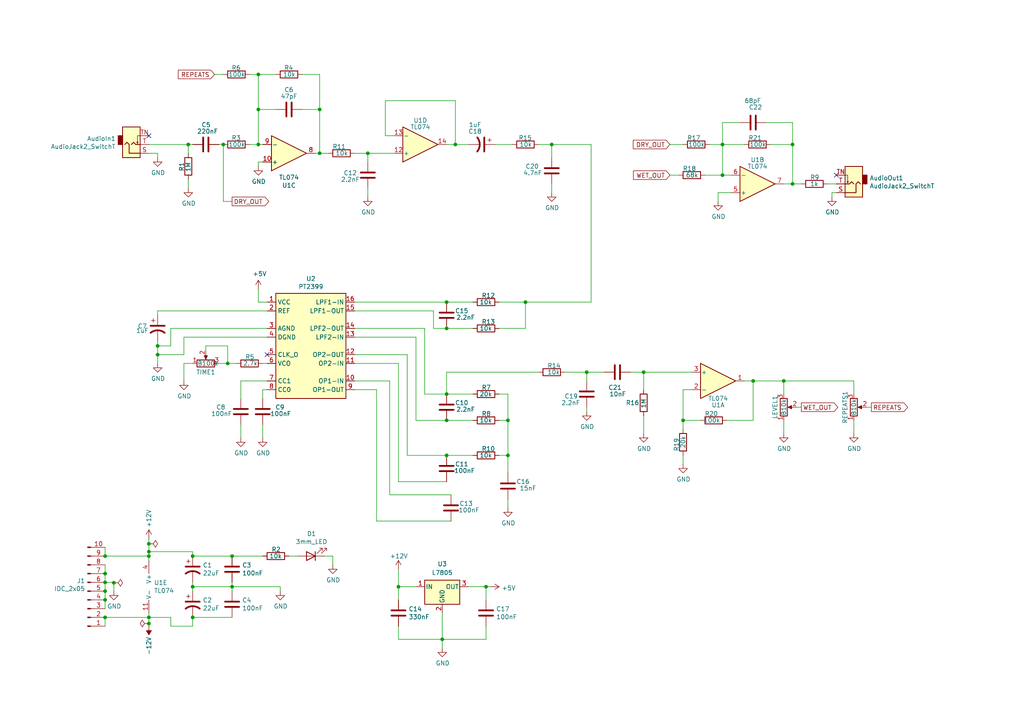
<source format=kicad_sch>
(kicad_sch (version 20211123) (generator eeschema)
  (paper "A4")
  (title_block (title "MiniDelay") (rev "v1.0") (company "benjiaomodular"))
  (junction (at 209.55 41.91))
  (junction (at 147.32 132.08))
  (junction (at 74.93 21.59))
  (junction (at 140.97 170.18))
  (junction (at 198.12 121.92))
  (junction (at 33.02 169.037))
  (junction (at 147.32 121.92))
  (junction (at 186.69 107.95))
  (junction (at 45.72 100.33))
  (junction (at 170.18 107.95))
  (junction (at 43.18 180.848))
  (junction (at 229.87 41.91))
  (junction (at 152.4 87.63))
  (junction (at 74.93 31.75))
  (junction (at 43.18 179.07))
  (junction (at 30.48 161.29))
  (junction (at 30.48 166.37))
  (junction (at 92.71 44.45))
  (junction (at 30.48 173.99))
  (junction (at 209.55 50.8))
  (junction (at 218.44 110.49))
  (junction (at 66.04 105.41))
  (junction (at 30.48 179.07))
  (junction (at 227.33 110.49))
  (junction (at 129.54 95.25))
  (junction (at 129.54 87.63))
  (junction (at 92.71 31.75))
  (junction (at 106.68 44.45))
  (junction (at 132.08 41.91))
  (junction (at 64.77 41.91))
  (junction (at 115.57 170.18))
  (junction (at 55.88 170.18))
  (junction (at 129.54 114.3))
  (junction (at 43.18 161.29))
  (junction (at 43.18 157.734))
  (junction (at 74.93 41.91))
  (junction (at 160.02 41.91))
  (junction (at 55.88 179.07))
  (junction (at 67.31 161.29))
  (junction (at 129.54 121.92))
  (junction (at 67.31 170.18))
  (junction (at 30.48 168.91))
  (junction (at 128.27 185.42))
  (junction (at 229.87 53.34))
  (junction (at 45.72 102.87))
  (junction (at 55.88 161.29))
  (junction (at 43.18 160.02))
  (junction (at 129.54 132.08))
  (junction (at 54.61 41.91))
  (junction (at 30.48 171.45))
  (no_connect (at 77.47 102.87))
  (no_connect (at 242.57 50.8))
  (no_connect (at 43.18 39.37))
  (wire (pts (xy 123.19 114.3) (xy 123.19 95.25)))
  (wire (pts (xy 214.63 35.56) (xy 209.55 35.56)))
  (wire (pts (xy 74.93 31.75) (xy 74.93 41.91)))
  (wire (pts (xy 77.47 95.25) (xy 49.53 95.25)))
  (wire (pts (xy 30.48 179.07) (xy 30.48 181.61)))
  (wire (pts (xy 53.34 102.87) (xy 53.34 97.79)))
  (wire (pts (xy 182.88 107.95) (xy 186.69 107.95)))
  (wire (pts (xy 102.87 110.49) (xy 113.03 110.49)))
  (wire (pts (xy 55.88 170.18) (xy 67.31 170.18)))
  (wire (pts (xy 43.18 160.02) (xy 43.18 161.29)))
  (wire (pts (xy 81.28 170.18) (xy 81.28 171.45)))
  (wire (pts (xy 129.54 121.92) (xy 137.16 121.92)))
  (wire (pts (xy 215.9 41.91) (xy 209.55 41.91)))
  (wire (pts (xy 156.21 107.95) (xy 129.54 107.95)))
  (wire (pts (xy 147.32 132.08) (xy 144.78 132.08)))
  (wire (pts (xy 49.53 181.61) (xy 55.88 181.61)))
  (wire (pts (xy 240.03 53.34) (xy 242.57 53.34)))
  (wire (pts (xy 76.2 46.99) (xy 74.93 46.99)))
  (wire (pts (xy 33.02 169.037) (xy 33.02 171.45)))
  (wire (pts (xy 115.57 139.7) (xy 129.54 139.7)))
  (wire (pts (xy 76.2 105.41) (xy 77.47 105.41)))
  (wire (pts (xy 227.33 110.49) (xy 247.65 110.49)))
  (wire (pts (xy 160.02 55.88) (xy 160.02 53.34)))
  (wire (pts (xy 30.48 161.29) (xy 43.18 161.29)))
  (wire (pts (xy 198.12 132.08) (xy 198.12 134.62)))
  (wire (pts (xy 252.73 118.11) (xy 251.46 118.11)))
  (wire (pts (xy 49.53 100.33) (xy 45.72 100.33)))
  (wire (pts (xy 232.41 118.11) (xy 231.14 118.11)))
  (wire (pts (xy 186.69 125.73) (xy 186.69 120.65)))
  (wire (pts (xy 194.31 41.91) (xy 198.12 41.91)))
  (wire (pts (xy 87.63 21.59) (xy 92.71 21.59)))
  (wire (pts (xy 186.69 107.95) (xy 186.69 113.03)))
  (wire (pts (xy 212.09 50.8) (xy 209.55 50.8)))
  (wire (pts (xy 132.08 29.21) (xy 132.08 41.91)))
  (wire (pts (xy 215.9 110.49) (xy 218.44 110.49)))
  (wire (pts (xy 45.72 99.06) (xy 45.72 100.33)))
  (wire (pts (xy 140.97 170.18) (xy 142.24 170.18)))
  (wire (pts (xy 120.65 97.79) (xy 120.65 121.92)))
  (wire (pts (xy 43.18 156.21) (xy 43.18 157.734)))
  (wire (pts (xy 120.65 121.92) (xy 129.54 121.92)))
  (wire (pts (xy 218.44 110.49) (xy 227.33 110.49)))
  (wire (pts (xy 111.76 39.37) (xy 111.76 29.21)))
  (wire (pts (xy 67.31 168.91) (xy 67.31 170.18)))
  (wire (pts (xy 118.11 132.08) (xy 129.54 132.08)))
  (wire (pts (xy 30.48 173.99) (xy 30.48 176.53)))
  (wire (pts (xy 45.72 100.33) (xy 45.72 102.87)))
  (wire (pts (xy 209.55 35.56) (xy 209.55 41.91)))
  (wire (pts (xy 74.93 87.63) (xy 77.47 87.63)))
  (wire (pts (xy 128.27 177.8) (xy 128.27 185.42)))
  (wire (pts (xy 96.52 161.29) (xy 96.52 163.83)))
  (wire (pts (xy 67.31 170.18) (xy 67.31 171.45)))
  (wire (pts (xy 113.03 143.51) (xy 130.81 143.51)))
  (wire (pts (xy 223.52 41.91) (xy 229.87 41.91)))
  (wire (pts (xy 77.47 90.17) (xy 45.72 90.17)))
  (wire (pts (xy 43.18 179.07) (xy 49.53 179.07)))
  (wire (pts (xy 62.23 21.59) (xy 64.77 21.59)))
  (wire (pts (xy 76.2 127) (xy 76.2 123.19)))
  (wire (pts (xy 125.73 90.17) (xy 125.73 95.25)))
  (wire (pts (xy 87.63 31.75) (xy 92.71 31.75)))
  (wire (pts (xy 200.66 113.03) (xy 198.12 113.03)))
  (wire (pts (xy 66.04 105.41) (xy 63.5 105.41)))
  (wire (pts (xy 92.71 31.75) (xy 92.71 44.45)))
  (wire (pts (xy 125.73 95.25) (xy 129.54 95.25)))
  (wire (pts (xy 55.88 105.41) (xy 53.34 105.41)))
  (wire (pts (xy 45.72 90.17) (xy 45.72 91.44)))
  (wire (pts (xy 43.18 179.07) (xy 43.18 180.848)))
  (wire (pts (xy 208.28 58.42) (xy 208.28 55.88)))
  (wire (pts (xy 92.71 44.45) (xy 91.44 44.45)))
  (wire (pts (xy 123.19 95.25) (xy 102.87 95.25)))
  (wire (pts (xy 69.85 127) (xy 69.85 123.19)))
  (wire (pts (xy 55.88 179.07) (xy 67.31 179.07)))
  (wire (pts (xy 186.69 107.95) (xy 200.66 107.95)))
  (wire (pts (xy 247.65 110.49) (xy 247.65 114.3)))
  (wire (pts (xy 76.2 161.29) (xy 67.31 161.29)))
  (wire (pts (xy 171.45 87.63) (xy 152.4 87.63)))
  (wire (pts (xy 113.03 110.49) (xy 113.03 143.51)))
  (wire (pts (xy 30.48 166.37) (xy 30.48 168.91)))
  (wire (pts (xy 77.47 110.49) (xy 69.85 110.49)))
  (wire (pts (xy 111.76 29.21) (xy 132.08 29.21)))
  (wire (pts (xy 43.18 177.8) (xy 43.18 179.07)))
  (wire (pts (xy 92.71 21.59) (xy 92.71 31.75)))
  (wire (pts (xy 106.68 44.45) (xy 106.68 46.99)))
  (wire (pts (xy 30.48 158.75) (xy 30.48 161.29)))
  (wire (pts (xy 205.74 41.91) (xy 209.55 41.91)))
  (wire (pts (xy 102.87 87.63) (xy 129.54 87.63)))
  (wire (pts (xy 229.87 53.34) (xy 232.41 53.34)))
  (wire (pts (xy 229.87 53.34) (xy 227.33 53.34)))
  (wire (pts (xy 115.57 170.18) (xy 115.57 173.99)))
  (wire (pts (xy 55.88 161.29) (xy 55.88 160.02)))
  (wire (pts (xy 218.44 110.49) (xy 218.44 121.92)))
  (wire (pts (xy 152.4 87.63) (xy 152.4 95.25)))
  (wire (pts (xy 143.51 41.91) (xy 148.59 41.91)))
  (wire (pts (xy 144.78 114.3) (xy 147.32 114.3)))
  (wire (pts (xy 130.81 151.13) (xy 109.22 151.13)))
  (wire (pts (xy 49.53 179.07) (xy 49.53 181.61)))
  (wire (pts (xy 222.25 35.56) (xy 229.87 35.56)))
  (wire (pts (xy 128.27 185.42) (xy 128.27 187.96)))
  (wire (pts (xy 170.18 110.49) (xy 170.18 107.95)))
  (wire (pts (xy 66.04 100.33) (xy 59.69 100.33)))
  (wire (pts (xy 203.2 121.92) (xy 198.12 121.92)))
  (wire (pts (xy 147.32 121.92) (xy 144.78 121.92)))
  (wire (pts (xy 147.32 114.3) (xy 147.32 121.92)))
  (wire (pts (xy 135.89 41.91) (xy 132.08 41.91)))
  (wire (pts (xy 115.57 105.41) (xy 115.57 139.7)))
  (wire (pts (xy 137.16 132.08) (xy 129.54 132.08)))
  (wire (pts (xy 106.68 57.15) (xy 106.68 54.61)))
  (wire (pts (xy 55.88 161.29) (xy 67.31 161.29)))
  (wire (pts (xy 129.54 114.3) (xy 137.16 114.3)))
  (wire (pts (xy 115.57 181.61) (xy 115.57 185.42)))
  (wire (pts (xy 30.48 163.83) (xy 30.48 166.37)))
  (wire (pts (xy 49.53 95.25) (xy 49.53 100.33)))
  (wire (pts (xy 30.48 168.91) (xy 30.48 171.45)))
  (wire (pts (xy 45.72 102.87) (xy 53.34 102.87)))
  (wire (pts (xy 229.87 41.91) (xy 229.87 53.34)))
  (wire (pts (xy 92.71 44.45) (xy 95.25 44.45)))
  (wire (pts (xy 43.18 157.734) (xy 43.18 160.02)))
  (wire (pts (xy 109.22 113.03) (xy 102.87 113.03)))
  (wire (pts (xy 76.2 113.03) (xy 76.2 115.57)))
  (wire (pts (xy 135.89 170.18) (xy 140.97 170.18)))
  (wire (pts (xy 227.33 110.49) (xy 227.33 114.3)))
  (wire (pts (xy 83.82 161.29) (xy 86.36 161.29)))
  (wire (pts (xy 77.47 113.03) (xy 76.2 113.03)))
  (wire (pts (xy 55.88 181.61) (xy 55.88 179.07)))
  (wire (pts (xy 80.01 21.59) (xy 74.93 21.59)))
  (wire (pts (xy 63.5 41.91) (xy 64.77 41.91)))
  (wire (pts (xy 43.18 41.91) (xy 54.61 41.91)))
  (wire (pts (xy 241.3 55.88) (xy 242.57 55.88)))
  (wire (pts (xy 55.88 170.18) (xy 55.88 171.45)))
  (wire (pts (xy 160.02 41.91) (xy 171.45 41.91)))
  (wire (pts (xy 93.98 161.29) (xy 96.52 161.29)))
  (wire (pts (xy 129.54 107.95) (xy 129.54 114.3)))
  (wire (pts (xy 227.33 125.73) (xy 227.33 121.92)))
  (wire (pts (xy 209.55 41.91) (xy 209.55 50.8)))
  (wire (pts (xy 67.31 170.18) (xy 81.28 170.18)))
  (wire (pts (xy 209.55 50.8) (xy 204.47 50.8)))
  (wire (pts (xy 115.57 170.18) (xy 120.65 170.18)))
  (wire (pts (xy 72.39 21.59) (xy 74.93 21.59)))
  (wire (pts (xy 140.97 170.18) (xy 140.97 173.99)))
  (wire (pts (xy 102.87 105.41) (xy 115.57 105.41)))
  (wire (pts (xy 118.11 102.87) (xy 118.11 132.08)))
  (wire (pts (xy 152.4 95.25) (xy 144.78 95.25)))
  (wire (pts (xy 74.93 41.91) (xy 72.39 41.91)))
  (wire (pts (xy 109.22 151.13) (xy 109.22 113.03)))
  (wire (pts (xy 54.61 41.91) (xy 54.61 44.45)))
  (wire (pts (xy 102.87 97.79) (xy 120.65 97.79)))
  (wire (pts (xy 170.18 107.95) (xy 163.83 107.95)))
  (wire (pts (xy 33.02 168.91) (xy 33.02 169.037)))
  (wire (pts (xy 171.45 41.91) (xy 171.45 87.63)))
  (wire (pts (xy 59.69 100.33) (xy 59.69 101.6)))
  (wire (pts (xy 43.18 160.02) (xy 55.88 160.02)))
  (wire (pts (xy 43.18 44.45) (xy 45.72 44.45)))
  (wire (pts (xy 64.77 58.42) (xy 67.31 58.42)))
  (wire (pts (xy 66.04 105.41) (xy 66.04 100.33)))
  (wire (pts (xy 229.87 35.56) (xy 229.87 41.91)))
  (wire (pts (xy 54.61 54.61) (xy 54.61 52.07)))
  (wire (pts (xy 147.32 132.08) (xy 147.32 137.16)))
  (wire (pts (xy 114.3 39.37) (xy 111.76 39.37)))
  (wire (pts (xy 30.48 168.91) (xy 33.02 168.91)))
  (wire (pts (xy 74.93 83.82) (xy 74.93 87.63)))
  (wire (pts (xy 68.58 105.41) (xy 66.04 105.41)))
  (wire (pts (xy 128.27 185.42) (xy 140.97 185.42)))
  (wire (pts (xy 102.87 90.17) (xy 125.73 90.17)))
  (wire (pts (xy 156.21 41.91) (xy 160.02 41.91)))
  (wire (pts (xy 53.34 105.41) (xy 53.34 110.49)))
  (wire (pts (xy 74.93 41.91) (xy 76.2 41.91)))
  (wire (pts (xy 55.88 168.91) (xy 55.88 170.18)))
  (wire (pts (xy 114.3 44.45) (xy 106.68 44.45)))
  (wire (pts (xy 137.16 87.63) (xy 129.54 87.63)))
  (wire (pts (xy 30.48 179.07) (xy 43.18 179.07)))
  (wire (pts (xy 45.72 44.45) (xy 45.72 45.72)))
  (wire (pts (xy 53.34 97.79) (xy 77.47 97.79)))
  (wire (pts (xy 140.97 185.42) (xy 140.97 181.61)))
  (wire (pts (xy 115.57 165.1) (xy 115.57 170.18)))
  (wire (pts (xy 194.31 50.8) (xy 196.85 50.8)))
  (wire (pts (xy 64.77 41.91) (xy 64.77 58.42)))
  (wire (pts (xy 175.26 107.95) (xy 170.18 107.95)))
  (wire (pts (xy 160.02 41.91) (xy 160.02 45.72)))
  (wire (pts (xy 147.32 147.32) (xy 147.32 144.78)))
  (wire (pts (xy 30.48 171.45) (xy 30.48 173.99)))
  (wire (pts (xy 247.65 125.73) (xy 247.65 121.92)))
  (wire (pts (xy 208.28 55.88) (xy 212.09 55.88)))
  (wire (pts (xy 102.87 102.87) (xy 118.11 102.87)))
  (wire (pts (xy 43.18 161.29) (xy 43.18 162.56)))
  (wire (pts (xy 102.87 44.45) (xy 106.68 44.45)))
  (wire (pts (xy 55.88 41.91) (xy 54.61 41.91)))
  (wire (pts (xy 115.57 185.42) (xy 128.27 185.42)))
  (wire (pts (xy 147.32 121.92) (xy 147.32 132.08)))
  (wire (pts (xy 123.19 114.3) (xy 129.54 114.3)))
  (wire (pts (xy 241.3 57.15) (xy 241.3 55.88)))
  (wire (pts (xy 198.12 113.03) (xy 198.12 121.92)))
  (wire (pts (xy 69.85 110.49) (xy 69.85 115.57)))
  (wire (pts (xy 74.93 21.59) (xy 74.93 31.75)))
  (wire (pts (xy 129.54 95.25) (xy 137.16 95.25)))
  (wire (pts (xy 43.18 180.848) (xy 43.18 181.61)))
  (wire (pts (xy 132.08 41.91) (xy 129.54 41.91)))
  (wire (pts (xy 45.72 102.87) (xy 45.72 105.41)))
  (wire (pts (xy 144.78 87.63) (xy 152.4 87.63)))
  (wire (pts (xy 170.18 119.38) (xy 170.18 118.11)))
  (wire (pts (xy 198.12 121.92) (xy 198.12 124.46)))
  (wire (pts (xy 218.44 121.92) (xy 210.82 121.92)))
  (wire (pts (xy 80.01 31.75) (xy 74.93 31.75)))
  (wire (pts (xy 74.93 46.99) (xy 74.93 48.26)))
  (global_label "WET_OUT" (shape output) (at 232.41 118.11 0) (property "Intersheet References" "${INTERSHEET_REFS}" (effects hide)))
  (global_label "WET_OUT" (shape input) (at 194.31 50.8 180) (property "Intersheet References" "${INTERSHEET_REFS}" (effects hide)))
  (global_label "REPEATS" (shape output) (at 252.73 118.11 0) (property "Intersheet References" "${INTERSHEET_REFS}" (effects hide)))
  (global_label "DRY_OUT" (shape output) (at 67.31 58.42 0) (property "Intersheet References" "${INTERSHEET_REFS}" (effects hide)))
  (global_label "REPEATS" (shape input) (at 62.23 21.59 180) (property "Intersheet References" "${INTERSHEET_REFS}" (effects hide)))
  (global_label "DRY_OUT" (shape input) (at 194.31 41.91 180) (property "Intersheet References" "${INTERSHEET_REFS}" (effects hide)))
  (symbol (lib_id "Connector:AudioJack2_SwitchT") (at 38.1 41.91 0) (mirror x) (unit 1)
    (property "Reference" "AudioIn1" (at 33.5534 40.2082 0) (effects (justify right)))
    (property "Value" "AudioJack2_SwitchT" (at 33.5534 42.5196 0) (effects (justify right)))
    (property "Footprint" "benjiaomodular:AudioJack_3.5mm" (effects hide))
    (property "Type" "Thru-hole" (effects hide))
    (property "Manufacturers Name" "Tayda Electronics" (effects hide))
    (property "Manufacturers Part Number" "PJ-3001F" (effects hide))
    (property "Mfg #" "PJ-3001F" (effects hide))
    (property "Part Description" "PJ-3001F 3.5mm Mono Phone Jack" (effects hide))
  )
  (symbol (lib_id "Connector:AudioJack2_SwitchT") (at 247.65 53.34 180) (unit 1)
    (property "Reference" "AudioOut1" (at 252.222 51.6382 0) (effects (justify right)))
    (property "Value" "AudioJack2_SwitchT" (at 252.222 53.9496 0) (effects (justify right)))
    (property "Footprint" "benjiaomodular:AudioJack_3.5mm" (effects hide))
    (property "Type" "Thru-hole" (effects hide))
    (property "Manufacturers Name" "Tayda Electronics" (effects hide))
    (property "Manufacturers Part Number" "PJ-3001F" (effects hide))
    (property "Mfg #" "PJ-3001F" (effects hide))
    (property "Part Description" "PJ-3001F 3.5mm Mono Phone Jack" (effects hide))
  )
  (symbol (lib_id "Device:R") (at 54.61 48.26 180) (unit 1)
    (property "Reference" "R1" (at 52.705 46.99 90) (effects (justify left)))
    (property "Value" "1M" (at 54.61 46.99 90) (effects (justify left)))
    (property "Footprint" "Resistor_SMD:R_0603_1608Metric_Pad0.98x0.95mm_HandSolder" (effects hide))
    (property "LCSC Part #" "C105578" (effects hide))
    (property "Mfg #" "RC0603FR-071ML" (effects hide))
    (property "Manufacturers Name" "YAGEO" (effects hide))
    (property "Manufacturers Part Number" "RC0603FR-071ML" (effects hide))
    (property "Type" "Surface mount" (effects hide))
    (property "Package" "0603" (effects hide))
    (property "Part Description" "Thick Film Resistors - SMD 1 MOhms 100mW 0603 1% " (effects hide))
  )
  (symbol (lib_id "Device:C") (at 59.69 41.91 270) (unit 1)
    (property "Reference" "C5" (at 58.42 36.195 90) (effects (justify left)))
    (property "Value" "220nF" (at 57.15 38.1 90) (effects (justify left)))
    (property "Footprint" "Capacitor_SMD:C_0603_1608Metric_Pad1.08x0.95mm_HandSolder" (effects hide))
    (property "LCSC Part #" "C97857" (effects hide))
    (property "Mfg #" "GCM188R71H224KA64D" (effects hide))
    (property "Manufacturers Part Number" "GCM188R71H224KA64D" (effects hide))
    (property "Manufacturers Name" "Murata Electronics" (effects hide))
    (property "Type" "Surface mount" (effects hide))
    (property "Package" "0603" (effects hide))
    (property "Part Description" "Multilayer Ceramic Capacitors MLCC - SMD/SMT .22UF 50V 10% 0603" (effects hide))
  )
  (symbol (lib_id "power:GND") (at 54.61 54.61 0) (unit 1)
    (property "Reference" "#PWR04" (effects hide))
    (property "Value" "GND" (at 54.737 59.0042 0))
  )
  (symbol (lib_id "power:GND") (at 74.93 48.26 0) (unit 1)
    (property "Reference" "#PWR06" (effects hide))
    (property "Value" "GND" (at 75.057 52.6542 0))
  )
  (symbol (lib_id "Device:R") (at 236.22 53.34 270) (unit 1)
    (property "Reference" "R9" (at 234.95 51.435 90) (effects (justify left)))
    (property "Value" "1k" (at 234.95 53.34 90) (effects (justify left)))
    (property "Footprint" "Resistor_SMD:R_0603_1608Metric_Pad0.98x0.95mm_HandSolder" (effects hide))
    (property "LCSC Part #" "C22548" (effects hide))
    (property "Mfg #" "RC0603FR-071KL" (effects hide))
    (property "Manufacturers Name" "YAGEO" (effects hide))
    (property "Manufacturers Part Number" "RC0603FR-071KL" (effects hide))
    (property "Type" "Surface mount" (effects hide))
    (property "Package" "0603" (effects hide))
    (property "Part Description" "Thick Film Resistors - SMD 1 kOhms 100mW 0603 1% " (effects hide))
  )
  (symbol (lib_id "Device:R") (at 99.06 44.45 90) (unit 1)
    (property "Reference" "R11" (at 100.33 42.545 90) (effects (justify left)))
    (property "Value" "10k" (at 100.965 44.45 90) (effects (justify left)))
    (property "Footprint" "Resistor_SMD:R_0603_1608Metric_Pad0.98x0.95mm_HandSolder" (effects hide))
    (property "LCSC Part #" "C116677" (effects hide))
    (property "Mfg #" "AC0603FR-0710KL" (effects hide))
    (property "Manufacturers Part Number" "AC0603FR-0710KL" (effects hide))
    (property "Manufacturers Name" "YAGEO" (effects hide))
    (property "Package" "0603" (effects hide))
    (property "Type" "Surface mount" (effects hide))
    (property "Part Description" "Thick Film Resistors - SMD 10 kOhms 100mW 0603 1% AEC-Q200 " (effects hide))
  )
  (symbol (lib_id "power:GND") (at 45.72 45.72 0) (unit 1)
    (property "Reference" "#PWR03" (effects hide))
    (property "Value" "GND" (at 45.847 50.1142 0))
  )
  (symbol (lib_id "power:GND") (at 241.3 57.15 0) (unit 1)
    (property "Reference" "#PWR011" (effects hide))
    (property "Value" "GND" (at 241.427 61.5442 0))
  )
  (symbol (lib_id "Audio:PT2399") (at 90.17 100.33 0) (unit 1)
    (property "Reference" "U2" (at 90.17 80.8482 0))
    (property "Value" "PT2399" (at 90.17 83.1596 0))
    (property "Footprint" "Package_SO:SOP-16_4.55x10.3mm_P1.27mm" (effects hide))
    (property "Datasheet" "https://datasheet.lcsc.com/lcsc/1808031633_PTC-Princeton-Tech-PT2399-SN_C126407.pdf" (effects hide))
    (property "LCSC Part #" "C126407" (effects hide))
    (property "Mfg #" "PT2399-SN " (effects hide))
    (property "Manufacturers Part Number" "PT2399-SN" (effects hide))
    (property "Manufacturers Name" "PTC(Princeton Tech)" (effects hide))
    (property "Package" "SOP-16_150mil" (effects hide))
    (property "Type" "Surface mount" (effects hide))
    (property "Part Description" "SOP-16_150mil Audio Interface ICs ROHS" (effects hide))
  )
  (symbol (lib_id "Device:C") (at 106.68 50.8 180) (unit 1)
    (property "Reference" "C12" (at 101.6 50.165 0))
    (property "Value" "2.2nF" (at 101.6 52.07 0))
    (property "Footprint" "Capacitor_SMD:C_0603_1608Metric_Pad1.08x0.95mm_HandSolder" (effects hide))
    (property "Mfg #" "CC0603JRNPO9BN222" (effects hide))
    (property "LCSC Part #" "C107043" (effects hide))
    (property "Manufacturers Part Number" "CC0603JRNPO9BN222" (effects hide))
    (property "Manufacturers Name" "YAGEO" (effects hide))
    (property "Type" "Surface mount" (effects hide))
    (property "Package" "0603" (effects hide))
    (property "Part Description" "Multilayer Ceramic Capacitors MLCC - SMD/SMT 50V 2200pF C0G 0603 5% " (effects hide))
  )
  (symbol (lib_id "power:GND") (at 106.68 57.15 0) (unit 1)
    (property "Reference" "#PWR015" (effects hide))
    (property "Value" "GND" (at 106.807 61.5442 0))
  )
  (symbol (lib_id "Amplifier_Operational:TL074") (at 208.28 110.49 0) (unit 1)
    (property "Reference" "U1" (at 208.28 117.475 0))
    (property "Value" "TL074" (at 208.28 115.57 0))
    (property "Footprint" "Package_SO:SOIC-14_3.9x8.7mm_P1.27mm" (effects hide))
    (property "Datasheet" "http://www.ti.com/lit/ds/symlink/tl071.pdf" (effects hide))
    (property "LCSC Part #" "C107644" (effects hide))
    (property "Mfg #" "TL074IDT" (effects hide))
    (property "Manufacturers Part Number" "TL074IDT" (effects hide))
    (property "Manufacturers Name" "STMicroelectronics" (effects hide))
    (property "Type" "Surface mount" (effects hide))
    (property "Package" "SOIC-14_150mil" (effects hide))
    (property "Part Description" "Operational Amplifiers - Op Amps Quad Low Noise JFET" (effects hide))
  )
  (symbol (lib_id "Device:C") (at 115.57 177.8 0) (unit 1)
    (property "Reference" "C14" (at 118.491 176.6316 0) (effects (justify left)))
    (property "Value" "330nF" (at 118.491 178.943 0) (effects (justify left)))
    (property "Footprint" "Capacitor_SMD:C_0603_1608Metric_Pad1.08x0.95mm_HandSolder" (effects hide))
    (property "Mfg #" "CC0603KRX7R8BB334" (effects hide))
    (property "LCSC Part #" "C107070" (effects hide))
    (property "Manufacturers Part Number" "CC0603KRX7R8BB334" (effects hide))
    (property "Manufacturers Name" "YAGEO" (effects hide))
    (property "Type" "Surface mount" (effects hide))
    (property "Package" "0603" (effects hide))
    (property "Part Description" "Multilayer Ceramic Capacitors MLCC - SMD/SMT 25V 0.33uF X7R 0603 10% " (effects hide))
  )
  (symbol (lib_id "Device:C") (at 140.97 177.8 0) (unit 1)
    (property "Reference" "C17" (at 143.891 176.6316 0) (effects (justify left)))
    (property "Value" "100nF" (at 143.891 178.943 0) (effects (justify left)))
    (property "Footprint" "Capacitor_SMD:C_0603_1608Metric_Pad1.08x0.95mm_HandSolder" (effects hide))
    (property "Mfg #" "CC0603JRX7R9BB104" (effects hide))
    (property "LCSC Part #" "C91183" (effects hide))
    (property "Manufacturers Part Number" "CC0603JRX7R9BB104" (effects hide))
    (property "Manufacturers Name" "YAGEO" (effects hide))
    (property "Type" "Surface mount" (effects hide))
    (property "Package" "0603" (effects hide))
    (property "Part Description" "Multilayer Ceramic Capacitors MLCC - SMD/SMT 50 V 0.1uF X7R 0603 5% " (effects hide))
  )
  (symbol (lib_id "power:GND") (at 128.27 187.96 0) (unit 1)
    (property "Reference" "#PWR017" (effects hide))
    (property "Value" "GND" (at 128.397 192.3542 0))
  )
  (symbol (lib_id "power:+12V") (at 43.18 156.21 0) (unit 1)
    (property "Reference" "#PWR02" (effects hide))
    (property "Value" "+12V" (at 43.18 153.035 90) (effects (justify left)))
  )
  (symbol (lib_id "Amplifier_Operational:TL074") (at 219.71 53.34 0) (mirror x) (unit 2)
    (property "Reference" "U1" (at 219.71 46.355 0))
    (property "Value" "TL074" (at 219.71 48.26 0))
    (property "Footprint" "Package_SO:SOIC-14_3.9x8.7mm_P1.27mm" (effects hide))
    (property "Datasheet" "http://www.ti.com/lit/ds/symlink/tl071.pdf" (effects hide))
    (property "LCSC Part #" "C107644" (effects hide))
    (property "Mfg #" "TL074IDT" (effects hide))
    (property "Manufacturers Part Number" "TL074IDT" (effects hide))
    (property "Manufacturers Name" "STMicroelectronics" (effects hide))
    (property "Type" "Surface mount" (effects hide))
    (property "Package" "SOIC-14_150mil" (effects hide))
    (property "Part Description" "Operational Amplifiers - Op Amps Quad Low Noise JFET" (effects hide))
  )
  (symbol (lib_id "power:-12V") (at 43.18 181.61 180) (unit 1)
    (property "Reference" "#PWR01" (effects hide))
    (property "Value" "-12V" (at 43.18 187.325 90))
  )
  (symbol (lib_id "MiniDelay-rescue:CP1-Device") (at 55.88 165.1 0) (unit 1)
    (property "Reference" "C1" (at 58.801 163.9316 0) (effects (justify left)))
    (property "Value" "22uF" (at 58.801 166.243 0) (effects (justify left)))
    (property "Footprint" "Capacitor_SMD:C_0805_2012Metric_Pad1.18x1.45mm_HandSolder" (effects hide))
    (property "LCSC Part #" "C49678" (effects hide))
    (property "Mfg #" "CC0805KRX7R9BB104" (effects hide))
    (property "Manufacturers Part Number" "CC0805KRX7R9BB104" (effects hide))
    (property "Manufacturers Name" "YAGEO" (effects hide))
    (property "Type" "Surface mount" (effects hide))
    (property "Package" "0805" (effects hide))
    (property "Part Description" "Multilayer Ceramic Capacitors MLCC - SMD/SMT 50 V 0.1uF X7R 0805 10% " (effects hide))
  )
  (symbol (lib_id "MiniDelay-rescue:CP1-Device") (at 55.88 175.26 0) (unit 1)
    (property "Reference" "C2" (at 58.801 174.0916 0) (effects (justify left)))
    (property "Value" "22uF" (at 58.801 176.403 0) (effects (justify left)))
    (property "Footprint" "Capacitor_SMD:C_0805_2012Metric_Pad1.18x1.45mm_HandSolder" (effects hide))
    (property "LCSC Part #" "C49678" (effects hide))
    (property "Mfg #" "CC0805KRX7R9BB104" (effects hide))
    (property "Manufacturers Part Number" "CC0805KRX7R9BB104" (effects hide))
    (property "Manufacturers Name" "YAGEO" (effects hide))
    (property "Type" "Surface mount" (effects hide))
    (property "Package" "0805" (effects hide))
    (property "Part Description" "Multilayer Ceramic Capacitors MLCC - SMD/SMT 50 V 0.1uF X7R 0805 10% " (effects hide))
  )
  (symbol (lib_id "power:+12V") (at 115.57 165.1 0) (unit 1)
    (property "Reference" "#PWR014" (effects hide))
    (property "Value" "+12V" (at 113.03 161.29 0) (effects (justify left)))
  )
  (symbol (lib_id "power:+5V") (at 142.24 170.18 270) (unit 1)
    (property "Reference" "#PWR018" (effects hide))
    (property "Value" "+5V" (at 145.4912 170.561 90) (effects (justify left)))
  )
  (symbol (lib_id "Device:C") (at 67.31 165.1 0) (unit 1)
    (property "Reference" "C3" (at 70.231 163.9316 0) (effects (justify left)))
    (property "Value" "100nF" (at 70.231 166.243 0) (effects (justify left)))
    (property "Footprint" "Capacitor_SMD:C_0603_1608Metric_Pad1.08x0.95mm_HandSolder" (effects hide))
    (property "Mfg #" "CC0603JRX7R9BB104" (effects hide))
    (property "LCSC Part #" "C91183" (effects hide))
    (property "Manufacturers Part Number" "CC0603JRX7R9BB104" (effects hide))
    (property "Manufacturers Name" "YAGEO" (effects hide))
    (property "Type" "Surface mount" (effects hide))
    (property "Package" "0603" (effects hide))
    (property "Part Description" "Multilayer Ceramic Capacitors MLCC - SMD/SMT 50 V 0.1uF X7R 0603 5% " (effects hide))
  )
  (symbol (lib_id "Device:C") (at 67.31 175.26 0) (unit 1)
    (property "Reference" "C4" (at 70.231 174.0916 0) (effects (justify left)))
    (property "Value" "100nF" (at 70.231 176.403 0) (effects (justify left)))
    (property "Footprint" "Capacitor_SMD:C_0603_1608Metric_Pad1.08x0.95mm_HandSolder" (effects hide))
    (property "Mfg #" "CC0603JRX7R9BB104" (effects hide))
    (property "LCSC Part #" "C91183" (effects hide))
    (property "Manufacturers Part Number" "CC0603JRX7R9BB104" (effects hide))
    (property "Manufacturers Name" "YAGEO" (effects hide))
    (property "Type" "Surface mount" (effects hide))
    (property "Package" "0603" (effects hide))
    (property "Part Description" "Multilayer Ceramic Capacitors MLCC - SMD/SMT 50 V 0.1uF X7R 0603 5% " (effects hide))
  )
  (symbol (lib_id "Device:R") (at 140.97 114.3 270) (unit 1)
    (property "Reference" "R7" (at 139.7 112.395 90) (effects (justify left)))
    (property "Value" "20k" (at 139.065 114.3 90) (effects (justify left)))
    (property "Footprint" "Resistor_SMD:R_0603_1608Metric_Pad0.98x0.95mm_HandSolder" (effects hide))
    (property "LCSC Part #" "C105575" (effects hide))
    (property "Mfg #" "RC0603FR-0720KL" (effects hide))
    (property "Manufacturers Name" "YAGEO" (effects hide))
    (property "Manufacturers Part Number" "RC0603FR-0720KL" (effects hide))
    (property "Type" "Surface mount" (effects hide))
    (property "Package" "0603" (effects hide))
    (property "Part Description" "Thick Film Resistors - SMD 20 kOhms 100mW 0603 1%" (effects hide))
  )
  (symbol (lib_id "Device:R") (at 140.97 121.92 270) (unit 1)
    (property "Reference" "R8" (at 139.7 120.015 90) (effects (justify left)))
    (property "Value" "10k" (at 139.065 121.92 90) (effects (justify left)))
    (property "Footprint" "Resistor_SMD:R_0603_1608Metric_Pad0.98x0.95mm_HandSolder" (effects hide))
    (property "LCSC Part #" "C116677" (effects hide))
    (property "Mfg #" "AC0603FR-0710KL" (effects hide))
    (property "Manufacturers Part Number" "AC0603FR-0710KL" (effects hide))
    (property "Manufacturers Name" "YAGEO" (effects hide))
    (property "Package" "0603" (effects hide))
    (property "Type" "Surface mount" (effects hide))
    (property "Part Description" "Thick Film Resistors - SMD 10 kOhms 100mW 0603 1% AEC-Q200 " (effects hide))
  )
  (symbol (lib_id "Device:C") (at 129.54 118.11 180) (unit 1)
    (property "Reference" "C10" (at 135.89 116.84 0) (effects (justify left)))
    (property "Value" "2.2nF" (at 137.795 118.745 0) (effects (justify left)))
    (property "Footprint" "Capacitor_SMD:C_0603_1608Metric_Pad1.08x0.95mm_HandSolder" (effects hide))
    (property "Mfg #" "CC0603JRNPO9BN222" (effects hide))
    (property "LCSC Part #" "C107043" (effects hide))
    (property "Manufacturers Part Number" "CC0603JRNPO9BN222" (effects hide))
    (property "Manufacturers Name" "YAGEO" (effects hide))
    (property "Type" "Surface mount" (effects hide))
    (property "Package" "0603" (effects hide))
    (property "Part Description" "Multilayer Ceramic Capacitors MLCC - SMD/SMT 50V 2200pF C0G 0603 5% " (effects hide))
  )
  (symbol (lib_id "Device:R") (at 68.58 21.59 90) (unit 1)
    (property "Reference" "R6" (at 69.85 19.685 90) (effects (justify left)))
    (property "Value" "100k" (at 71.12 21.59 90) (effects (justify left)))
    (property "Footprint" "Resistor_SMD:R_0603_1608Metric_Pad0.98x0.95mm_HandSolder" (effects hide))
    (property "LCSC Part #" "C14675" (effects hide))
    (property "Mfg #" "RC0603FR-07100KL" (effects hide))
    (property "Manufacturers Name" "YAGEO" (effects hide))
    (property "Manufacturers Part Number" "RC0603FR-07100KL" (effects hide))
    (property "Type" "Surface mount" (effects hide))
    (property "Package" "0603" (effects hide))
    (property "Part Description" "Thick Film Resistors - SMD 100 kOhms 100mW 0603 1%" (effects hide))
  )
  (symbol (lib_id "power:GND") (at 81.28 171.45 0) (unit 1)
    (property "Reference" "#PWR05" (effects hide))
    (property "Value" "GND" (at 81.407 175.8442 0))
  )
  (symbol (lib_id "Device:R") (at 80.01 161.29 270) (unit 1)
    (property "Reference" "R2" (at 78.74 159.385 90) (effects (justify left)))
    (property "Value" "10k" (at 78.105 161.29 90) (effects (justify left)))
    (property "Footprint" "Resistor_SMD:R_0603_1608Metric_Pad0.98x0.95mm_HandSolder" (effects hide))
    (property "LCSC Part #" "C116677" (effects hide))
    (property "Mfg #" "AC0603FR-0710KL" (effects hide))
    (property "Manufacturers Part Number" "AC0603FR-0710KL" (effects hide))
    (property "Manufacturers Name" "YAGEO" (effects hide))
    (property "Package" "0603" (effects hide))
    (property "Type" "Surface mount" (effects hide))
    (property "Part Description" "Thick Film Resistors - SMD 10 kOhms 100mW 0603 1% AEC-Q200 " (effects hide))
  )
  (symbol (lib_id "Device:LED") (at 90.17 161.29 180) (unit 1)
    (property "Reference" "D1" (at 90.3478 154.813 0))
    (property "Value" "3mm_LED" (at 90.3478 157.1244 0))
    (property "Footprint" "LED_THT:LED_D3.0mm" (effects hide))
    (property "LCSC Part #" "C2856645" (effects hide))
    (property "Manufacturers Name" "EKINGLUX" (effects hide))
    (property "Manufacturers Part Number" "EL304RD" (effects hide))
    (property "Mfg #" "EL304RD" (effects hide))
    (property "Type" "Thru-hole" (effects hide))
    (property "Part Description" "3.0mm Round Through Hole LED" (effects hide))
  )
  (symbol (lib_id "power:GND") (at 96.52 163.83 0) (unit 1)
    (property "Reference" "#PWR07" (effects hide))
    (property "Value" "GND" (at 96.647 168.2242 0))
  )
  (symbol (lib_id "Device:R") (at 68.58 41.91 90) (unit 1)
    (property "Reference" "R3" (at 69.85 40.005 90) (effects (justify left)))
    (property "Value" "100k" (at 71.12 41.91 90) (effects (justify left)))
    (property "Footprint" "Resistor_SMD:R_0603_1608Metric_Pad0.98x0.95mm_HandSolder" (effects hide))
    (property "LCSC Part #" "C14675" (effects hide))
    (property "Mfg #" "RC0603FR-07100KL" (effects hide))
    (property "Manufacturers Name" "YAGEO" (effects hide))
    (property "Manufacturers Part Number" "RC0603FR-07100KL" (effects hide))
    (property "Type" "Surface mount" (effects hide))
    (property "Package" "0603" (effects hide))
    (property "Part Description" "Thick Film Resistors - SMD 100 kOhms 100mW 0603 1%" (effects hide))
  )
  (symbol (lib_id "Device:R") (at 83.82 21.59 90) (unit 1)
    (property "Reference" "R4" (at 85.09 19.685 90) (effects (justify left)))
    (property "Value" "10k" (at 85.725 21.59 90) (effects (justify left)))
    (property "Footprint" "Resistor_SMD:R_0603_1608Metric_Pad0.98x0.95mm_HandSolder" (effects hide))
    (property "LCSC Part #" "C116677" (effects hide))
    (property "Mfg #" "AC0603FR-0710KL" (effects hide))
    (property "Manufacturers Part Number" "AC0603FR-0710KL" (effects hide))
    (property "Manufacturers Name" "YAGEO" (effects hide))
    (property "Package" "0603" (effects hide))
    (property "Type" "Surface mount" (effects hide))
    (property "Part Description" "Thick Film Resistors - SMD 10 kOhms 100mW 0603 1% AEC-Q200 " (effects hide))
  )
  (symbol (lib_id "Device:C") (at 83.82 31.75 270) (unit 1)
    (property "Reference" "C6" (at 83.82 26.035 90))
    (property "Value" "47pF" (at 83.82 27.94 90))
    (property "Footprint" "Capacitor_SMD:C_0603_1608Metric_Pad1.08x0.95mm_HandSolder" (effects hide))
    (property "LCSC Part #" "C105622" (effects hide))
    (property "Mfg #" "CC0603JRNPO9BN470" (effects hide))
    (property "Manufacturers Part Number" "CC0603JRNPO9BN470" (effects hide))
    (property "Manufacturers Name" "YAGEO" (effects hide))
    (property "Type" "Surface mount" (effects hide))
    (property "Package" "0603" (effects hide))
    (property "Part Description" "Multilayer Ceramic Capacitors MLCC - SMD/SMT 50 V 47 pF C0G 0603 5% " (effects hide))
  )
  (symbol (lib_id "MiniDelay-rescue:CP1-Device") (at 139.7 41.91 270) (unit 1)
    (property "Reference" "C18" (at 137.795 38.1 90))
    (property "Value" "1uF" (at 137.795 36.195 90))
    (property "Footprint" "Capacitor_SMD:C_0603_1608Metric_Pad1.08x0.95mm_HandSolder" (effects hide))
    (property "Mfg #" "UMK107AB7105KA-T" (effects hide))
    (property "LCSC Part #" "C105174" (effects hide))
    (property "Manufacturers Part Number" "UMK107AB7105KA-T" (effects hide))
    (property "Manufacturers Name" "Taiyo Yuden" (effects hide))
    (property "Type" "Surface mount" (effects hide))
    (property "Package" "0603" (effects hide))
    (property "Part Description" "Multilayer Ceramic Capacitors MLCC - SMD/SMT 0603 50VDC 1uF 10% X7R" (effects hide))
  )
  (symbol (lib_id "Device:R") (at 160.02 107.95 270) (unit 1)
    (property "Reference" "R14" (at 158.75 106.045 90) (effects (justify left)))
    (property "Value" "10k" (at 158.75 107.95 90) (effects (justify left)))
    (property "Footprint" "Resistor_SMD:R_0603_1608Metric_Pad0.98x0.95mm_HandSolder" (effects hide))
    (property "LCSC Part #" "C116677" (effects hide))
    (property "Mfg #" "AC0603FR-0710KL" (effects hide))
    (property "Manufacturers Part Number" "AC0603FR-0710KL" (effects hide))
    (property "Manufacturers Name" "YAGEO" (effects hide))
    (property "Package" "0603" (effects hide))
    (property "Type" "Surface mount" (effects hide))
    (property "Part Description" "Thick Film Resistors - SMD 10 kOhms 100mW 0603 1% AEC-Q200 " (effects hide))
  )
  (symbol (lib_id "Device:C") (at 129.54 91.44 180) (unit 1)
    (property "Reference" "C15" (at 135.89 90.17 0) (effects (justify left)))
    (property "Value" "2.2nF" (at 137.795 92.075 0) (effects (justify left)))
    (property "Footprint" "Capacitor_SMD:C_0603_1608Metric_Pad1.08x0.95mm_HandSolder" (effects hide))
    (property "Mfg #" "CC0603JRNPO9BN222" (effects hide))
    (property "LCSC Part #" "C107043" (effects hide))
    (property "Manufacturers Part Number" "CC0603JRNPO9BN222" (effects hide))
    (property "Manufacturers Name" "YAGEO" (effects hide))
    (property "Type" "Surface mount" (effects hide))
    (property "Package" "0603" (effects hide))
    (property "Part Description" "Multilayer Ceramic Capacitors MLCC - SMD/SMT 50V 2200pF C0G 0603 5% " (effects hide))
  )
  (symbol (lib_id "Device:C") (at 170.18 114.3 180) (unit 1)
    (property "Reference" "C19" (at 167.64 114.935 0) (effects (justify left)))
    (property "Value" "2.2nF" (at 168.275 116.84 0) (effects (justify left)))
    (property "Footprint" "Capacitor_SMD:C_0603_1608Metric_Pad1.08x0.95mm_HandSolder" (effects hide))
    (property "Mfg #" "CC0603JRNPO9BN222" (effects hide))
    (property "LCSC Part #" "C107043" (effects hide))
    (property "Manufacturers Part Number" "CC0603JRNPO9BN222" (effects hide))
    (property "Manufacturers Name" "YAGEO" (effects hide))
    (property "Type" "Surface mount" (effects hide))
    (property "Package" "0603" (effects hide))
    (property "Part Description" "Multilayer Ceramic Capacitors MLCC - SMD/SMT 50V 2200pF C0G 0603 5% " (effects hide))
  )
  (symbol (lib_id "power:GND") (at 170.18 119.38 0) (unit 1)
    (property "Reference" "#PWR019" (effects hide))
    (property "Value" "GND" (at 170.307 123.7742 0))
  )
  (symbol (lib_id "Device:R") (at 140.97 87.63 270) (unit 1)
    (property "Reference" "R12" (at 139.7 85.725 90) (effects (justify left)))
    (property "Value" "10k" (at 139.065 87.63 90) (effects (justify left)))
    (property "Footprint" "Resistor_SMD:R_0603_1608Metric_Pad0.98x0.95mm_HandSolder" (effects hide))
    (property "LCSC Part #" "C116677" (effects hide))
    (property "Mfg #" "AC0603FR-0710KL" (effects hide))
    (property "Manufacturers Part Number" "AC0603FR-0710KL" (effects hide))
    (property "Manufacturers Name" "YAGEO" (effects hide))
    (property "Package" "0603" (effects hide))
    (property "Type" "Surface mount" (effects hide))
    (property "Part Description" "Thick Film Resistors - SMD 10 kOhms 100mW 0603 1% AEC-Q200 " (effects hide))
  )
  (symbol (lib_id "Device:R") (at 140.97 95.25 270) (unit 1)
    (property "Reference" "R13" (at 139.7 93.345 90) (effects (justify left)))
    (property "Value" "10k" (at 139.065 95.25 90) (effects (justify left)))
    (property "Footprint" "Resistor_SMD:R_0603_1608Metric_Pad0.98x0.95mm_HandSolder" (effects hide))
    (property "LCSC Part #" "C116677" (effects hide))
    (property "Mfg #" "AC0603FR-0710KL" (effects hide))
    (property "Manufacturers Part Number" "AC0603FR-0710KL" (effects hide))
    (property "Manufacturers Name" "YAGEO" (effects hide))
    (property "Package" "0603" (effects hide))
    (property "Type" "Surface mount" (effects hide))
    (property "Part Description" "Thick Film Resistors - SMD 10 kOhms 100mW 0603 1% AEC-Q200 " (effects hide))
  )
  (symbol (lib_id "Device:C") (at 160.02 49.53 0) (unit 1)
    (property "Reference" "C20" (at 152.4 48.26 0) (effects (justify left)))
    (property "Value" "4.7nF" (at 151.765 50.165 0) (effects (justify left)))
    (property "Footprint" "Capacitor_SMD:C_0603_1608Metric_Pad1.08x0.95mm_HandSolder" (effects hide))
    (property "Mfg #" "CC0603JRX7R9BB472" (effects hide))
    (property "LCSC Part #" "C115060" (effects hide))
    (property "Manufacturers Part Number" "CC0603JRX7R9BB472" (effects hide))
    (property "Manufacturers Name" "YAGEO" (effects hide))
    (property "Package" "0603" (effects hide))
    (property "Type" "Surface mount" (effects hide))
    (property "Part Description" "Multilayer Ceramic Capacitors MLCC - SMD/SMT 50V 4700pF X7R 0603 5% " (effects hide))
  )
  (symbol (lib_id "power:GND") (at 160.02 55.88 0) (unit 1)
    (property "Reference" "#PWR020" (effects hide))
    (property "Value" "GND" (at 160.147 60.2742 0))
  )
  (symbol (lib_id "Device:R") (at 152.4 41.91 90) (unit 1)
    (property "Reference" "R15" (at 154.305 40.005 90) (effects (justify left)))
    (property "Value" "10k" (at 154.305 41.91 90) (effects (justify left)))
    (property "Footprint" "Resistor_SMD:R_0603_1608Metric_Pad0.98x0.95mm_HandSolder" (effects hide))
    (property "LCSC Part #" "C116677" (effects hide))
    (property "Mfg #" "AC0603FR-0710KL" (effects hide))
    (property "Manufacturers Part Number" "AC0603FR-0710KL" (effects hide))
    (property "Manufacturers Name" "YAGEO" (effects hide))
    (property "Package" "0603" (effects hide))
    (property "Type" "Surface mount" (effects hide))
    (property "Part Description" "Thick Film Resistors - SMD 10 kOhms 100mW 0603 1% AEC-Q200 " (effects hide))
  )
  (symbol (lib_id "Device:C") (at 129.54 135.89 180) (unit 1)
    (property "Reference" "C11" (at 135.89 134.62 0) (effects (justify left)))
    (property "Value" "100nF" (at 137.795 136.525 0) (effects (justify left)))
    (property "Footprint" "Capacitor_SMD:C_0603_1608Metric_Pad1.08x0.95mm_HandSolder" (effects hide))
    (property "Mfg #" "CC0603JRX7R9BB104" (effects hide))
    (property "LCSC Part #" "C91183" (effects hide))
    (property "Manufacturers Part Number" "CC0603JRX7R9BB104" (effects hide))
    (property "Manufacturers Name" "YAGEO" (effects hide))
    (property "Type" "Surface mount" (effects hide))
    (property "Package" "0603" (effects hide))
    (property "Part Description" "Multilayer Ceramic Capacitors MLCC - SMD/SMT 50 V 0.1uF X7R 0603 5% " (effects hide))
  )
  (symbol (lib_id "Device:C") (at 130.81 147.32 180) (unit 1)
    (property "Reference" "C13" (at 137.16 146.05 0) (effects (justify left)))
    (property "Value" "100nF" (at 139.065 147.955 0) (effects (justify left)))
    (property "Footprint" "Capacitor_SMD:C_0603_1608Metric_Pad1.08x0.95mm_HandSolder" (effects hide))
    (property "Mfg #" "CC0603JRX7R9BB104" (effects hide))
    (property "LCSC Part #" "C91183" (effects hide))
    (property "Manufacturers Part Number" "CC0603JRX7R9BB104" (effects hide))
    (property "Manufacturers Name" "YAGEO" (effects hide))
    (property "Type" "Surface mount" (effects hide))
    (property "Package" "0603" (effects hide))
    (property "Part Description" "Multilayer Ceramic Capacitors MLCC - SMD/SMT 50 V 0.1uF X7R 0603 5% " (effects hide))
  )
  (symbol (lib_id "Amplifier_Operational:TL074") (at 45.72 170.18 0) (unit 5)
    (property "Reference" "U1" (at 44.6532 169.0116 0) (effects (justify left)))
    (property "Value" "TL074" (at 44.6532 171.323 0) (effects (justify left)))
    (property "Footprint" "Package_SO:SOIC-14_3.9x8.7mm_P1.27mm" (effects hide))
    (property "Datasheet" "http://www.ti.com/lit/ds/symlink/tl071.pdf" (effects hide))
    (property "LCSC Part #" "C107644" (effects hide))
    (property "Mfg #" "TL074IDT" (effects hide))
    (property "Manufacturers Part Number" "TL074IDT" (effects hide))
    (property "Manufacturers Name" "STMicroelectronics" (effects hide))
    (property "Type" "Surface mount" (effects hide))
    (property "Package" "SOIC-14_150mil" (effects hide))
    (property "Part Description" "Operational Amplifiers - Op Amps Quad Low Noise JFET" (effects hide))
  )
  (symbol (lib_id "Device:R") (at 140.97 132.08 270) (unit 1)
    (property "Reference" "R10" (at 139.7 130.175 90) (effects (justify left)))
    (property "Value" "10k" (at 139.065 132.08 90) (effects (justify left)))
    (property "Footprint" "Resistor_SMD:R_0603_1608Metric_Pad0.98x0.95mm_HandSolder" (effects hide))
    (property "LCSC Part #" "C116677" (effects hide))
    (property "Mfg #" "AC0603FR-0710KL" (effects hide))
    (property "Manufacturers Part Number" "AC0603FR-0710KL" (effects hide))
    (property "Manufacturers Name" "YAGEO" (effects hide))
    (property "Package" "0603" (effects hide))
    (property "Type" "Surface mount" (effects hide))
    (property "Part Description" "Thick Film Resistors - SMD 10 kOhms 100mW 0603 1% AEC-Q200 " (effects hide))
  )
  (symbol (lib_id "Device:C") (at 147.32 140.97 180) (unit 1)
    (property "Reference" "C16" (at 153.67 139.7 0) (effects (justify left)))
    (property "Value" "15nF" (at 155.575 141.605 0) (effects (justify left)))
    (property "Footprint" "Capacitor_SMD:C_0603_1608Metric_Pad1.08x0.95mm_HandSolder" (effects hide))
    (property "Mfg #" "AC0603KRX7R0BB153" (effects hide))
    (property "LCSC Part #" "C2210963" (effects hide))
    (property "Manufacturers Part Number" "AC0603KRX7R0BB153" (effects hide))
    (property "Manufacturers Name" "YAGEO" (effects hide))
    (property "Package" "0603" (effects hide))
    (property "Type" "Surface mount" (effects hide))
    (property "Part Description" "Multilayer Ceramic Capacitors MLCC - SMD/SMT 100 V 0.015 uF X7R 0603 10% AEC-Q200 " (effects hide))
  )
  (symbol (lib_id "power:GND") (at 147.32 147.32 0) (unit 1)
    (property "Reference" "#PWR016" (effects hide))
    (property "Value" "GND" (at 147.447 151.7142 0))
  )
  (symbol (lib_id "Device:C") (at 179.07 107.95 90) (unit 1)
    (property "Reference" "C21" (at 180.34 112.395 90) (effects (justify left)))
    (property "Value" "10nF" (at 181.61 114.3 90) (effects (justify left)))
    (property "Footprint" "Capacitor_SMD:C_0603_1608Metric_Pad1.08x0.95mm_HandSolder" (effects hide))
    (property "Mfg #" "CC0603JRX7R9BB103" (effects hide))
    (property "LCSC Part #" "C115056" (effects hide))
    (property "Manufacturers Part Number" "CC0603JRX7R9BB103" (effects hide))
    (property "Manufacturers Name" "YAGEO" (effects hide))
    (property "Type" "Surface mount" (effects hide))
    (property "Package" "0603" (effects hide))
    (property "Part Description" "Multilayer Ceramic Capacitors MLCC - SMD/SMT 50V 0.01uF X7R 0603 5%" (effects hide))
  )
  (symbol (lib_id "Device:R") (at 186.69 116.84 180) (unit 1)
    (property "Reference" "R16" (at 185.42 116.84 0) (effects (justify left)))
    (property "Value" "1M" (at 186.69 115.57 90) (effects (justify left)))
    (property "Footprint" "Resistor_SMD:R_0603_1608Metric_Pad0.98x0.95mm_HandSolder" (effects hide))
    (property "LCSC Part #" "C105578" (effects hide))
    (property "Mfg #" "RC0603FR-071ML" (effects hide))
    (property "Manufacturers Name" "YAGEO" (effects hide))
    (property "Manufacturers Part Number" "RC0603FR-071ML" (effects hide))
    (property "Type" "Surface mount" (effects hide))
    (property "Package" "0603" (effects hide))
    (property "Part Description" "Thick Film Resistors - SMD 1 MOhms 100mW 0603 1% " (effects hide))
  )
  (symbol (lib_id "power:+5V") (at 74.93 83.82 0) (unit 1)
    (property "Reference" "#PWR012" (effects hide))
    (property "Value" "+5V" (at 75.311 79.4258 0))
  )
  (symbol (lib_id "power:GND") (at 186.69 125.73 0) (unit 1)
    (property "Reference" "#PWR022" (effects hide))
    (property "Value" "GND" (at 186.817 130.1242 0))
  )
  (symbol (lib_id "MiniDelay-rescue:CP1-Device") (at 45.72 95.25 0) (unit 1)
    (property "Reference" "C7" (at 41.275 94.615 0))
    (property "Value" "1uF" (at 41.275 95.885 0))
    (property "Footprint" "Capacitor_SMD:C_0603_1608Metric_Pad1.08x0.95mm_HandSolder" (effects hide))
    (property "Mfg #" "UMK107AB7105KA-T" (effects hide))
    (property "LCSC Part #" "C105174" (effects hide))
    (property "Manufacturers Part Number" "UMK107AB7105KA-T" (effects hide))
    (property "Manufacturers Name" "Taiyo Yuden" (effects hide))
    (property "Type" "Surface mount" (effects hide))
    (property "Package" "0603" (effects hide))
    (property "Part Description" "Multilayer Ceramic Capacitors MLCC - SMD/SMT 0603 50VDC 1uF 10% X7R" (effects hide))
  )
  (symbol (lib_id "Device:R") (at 198.12 128.27 180) (unit 1)
    (property "Reference" "R19" (at 196.215 127 90) (effects (justify left)))
    (property "Value" "20k" (at 198.12 126.365 90) (effects (justify left)))
    (property "Footprint" "Resistor_SMD:R_0603_1608Metric_Pad0.98x0.95mm_HandSolder" (effects hide))
    (property "LCSC Part #" "C105575" (effects hide))
    (property "Mfg #" "RC0603FR-0720KL" (effects hide))
    (property "Manufacturers Name" "YAGEO" (effects hide))
    (property "Manufacturers Part Number" "RC0603FR-0720KL" (effects hide))
    (property "Type" "Surface mount" (effects hide))
    (property "Package" "0603" (effects hide))
    (property "Part Description" "Thick Film Resistors - SMD 20 kOhms 100mW 0603 1%" (effects hide))
  )
  (symbol (lib_id "Amplifier_Operational:TL074") (at 83.82 44.45 0) (mirror x) (unit 3)
    (property "Reference" "U1" (at 83.82 53.7718 0))
    (property "Value" "TL074" (at 83.82 51.4604 0))
    (property "Footprint" "Package_SO:SOIC-14_3.9x8.7mm_P1.27mm" (effects hide))
    (property "Datasheet" "http://www.ti.com/lit/ds/symlink/tl071.pdf" (effects hide))
    (property "LCSC Part #" "C107644" (effects hide))
    (property "Mfg #" "TL074IDT" (effects hide))
    (property "Manufacturers Part Number" "TL074IDT" (effects hide))
    (property "Manufacturers Name" "STMicroelectronics" (effects hide))
    (property "Type" "Surface mount" (effects hide))
    (property "Package" "SOIC-14_150mil" (effects hide))
    (property "Part Description" "Operational Amplifiers - Op Amps Quad Low Noise JFET" (effects hide))
  )
  (symbol (lib_id "power:GND") (at 45.72 105.41 0) (unit 1)
    (property "Reference" "#PWR08" (effects hide))
    (property "Value" "GND" (at 45.847 109.8042 0))
  )
  (symbol (lib_id "Device:R") (at 207.01 121.92 90) (unit 1)
    (property "Reference" "R20" (at 208.28 120.015 90) (effects (justify left)))
    (property "Value" "100k" (at 208.915 121.92 90) (effects (justify left)))
    (property "Footprint" "Resistor_SMD:R_0603_1608Metric_Pad0.98x0.95mm_HandSolder" (effects hide))
    (property "LCSC Part #" "C14675" (effects hide))
    (property "Mfg #" "RC0603FR-07100KL" (effects hide))
    (property "Manufacturers Name" "YAGEO" (effects hide))
    (property "Manufacturers Part Number" "RC0603FR-07100KL" (effects hide))
    (property "Type" "Surface mount" (effects hide))
    (property "Package" "0603" (effects hide))
    (property "Part Description" "Thick Film Resistors - SMD 100 kOhms 100mW 0603 1%" (effects hide))
  )
  (symbol (lib_id "Device:R") (at 72.39 105.41 270) (unit 1)
    (property "Reference" "R5" (at 71.12 103.505 90) (effects (justify left)))
    (property "Value" "2.7k" (at 70.485 105.41 90) (effects (justify left)))
    (property "Footprint" "Resistor_SMD:R_0603_1608Metric_Pad0.98x0.95mm_HandSolder" (effects hide))
    (property "LCSC Part #" "C114612" (effects hide))
    (property "Mfg #" "RC0603FR-072K7L" (effects hide))
    (property "Manufacturers Part Number" "RC0603FR-072K7L" (effects hide))
    (property "Manufacturers Name" "YAGEO" (effects hide))
    (property "Type" "Surface mount" (effects hide))
    (property "Package" "0603" (effects hide))
    (property "Part Description" "Thick Film Resistors - SMD 2.7 kOhms 100mW 0603 1% " (effects hide))
  )
  (symbol (lib_id "Device:C") (at 76.2 119.38 180) (unit 1)
    (property "Reference" "C9" (at 82.55 118.11 0) (effects (justify left)))
    (property "Value" "100nF" (at 84.455 120.015 0) (effects (justify left)))
    (property "Footprint" "Capacitor_SMD:C_0603_1608Metric_Pad1.08x0.95mm_HandSolder" (effects hide))
    (property "Mfg #" "CC0603JRX7R9BB104" (effects hide))
    (property "LCSC Part #" "C91183" (effects hide))
    (property "Manufacturers Part Number" "CC0603JRX7R9BB104" (effects hide))
    (property "Manufacturers Name" "YAGEO" (effects hide))
    (property "Type" "Surface mount" (effects hide))
    (property "Package" "0603" (effects hide))
    (property "Part Description" "Multilayer Ceramic Capacitors MLCC - SMD/SMT 50 V 0.1uF X7R 0603 5% " (effects hide))
  )
  (symbol (lib_id "Device:C") (at 69.85 119.38 180) (unit 1)
    (property "Reference" "C8" (at 65.405 118.11 0) (effects (justify left)))
    (property "Value" "100nF" (at 67.31 120.015 0) (effects (justify left)))
    (property "Footprint" "Capacitor_SMD:C_0603_1608Metric_Pad1.08x0.95mm_HandSolder" (effects hide))
    (property "Mfg #" "CC0603JRX7R9BB104" (effects hide))
    (property "LCSC Part #" "C91183" (effects hide))
    (property "Manufacturers Part Number" "CC0603JRX7R9BB104" (effects hide))
    (property "Manufacturers Name" "YAGEO" (effects hide))
    (property "Type" "Surface mount" (effects hide))
    (property "Package" "0603" (effects hide))
    (property "Part Description" "Multilayer Ceramic Capacitors MLCC - SMD/SMT 50 V 0.1uF X7R 0603 5% " (effects hide))
  )
  (symbol (lib_id "power:GND") (at 198.12 134.62 0) (unit 1)
    (property "Reference" "#PWR024" (effects hide))
    (property "Value" "GND" (at 198.247 139.0142 0))
  )
  (symbol (lib_id "power:GND") (at 76.2 127 0) (unit 1)
    (property "Reference" "#PWR013" (effects hide))
    (property "Value" "GND" (at 76.327 131.3942 0))
  )
  (symbol (lib_id "power:GND") (at 69.85 127 0) (unit 1)
    (property "Reference" "#PWR010" (effects hide))
    (property "Value" "GND" (at 69.977 131.3942 0))
  )
  (symbol (lib_id "MiniDelay-rescue:R_POT-Device") (at 59.69 105.41 90) (unit 1)
    (property "Reference" "TIME1" (at 59.69 107.95 90))
    (property "Value" "B100k" (at 60.325 105.41 90))
    (property "Footprint" "benjiaomodular:Potentiometer_RV09" (effects hide))
    (property "Type" "Thru-hole" (effects hide))
    (property "Manufacturers Part Number" "RD901F-40-15R1-B100K" (effects hide))
    (property "Mfg #" "RD901F-40-15R1-B100K" (effects hide))
    (property "Manufacturers Name" "Alpha (Taiwan)" (effects hide))
    (property "Part Description" "100K OHM Linear Taper Potentiometer Round Shaft PCB 9mm" (effects hide))
    (property "Package" "RD901F" (effects hide))
  )
  (symbol (lib_id "power:GND") (at 53.34 110.49 0) (unit 1)
    (property "Reference" "#PWR09" (effects hide))
    (property "Value" "GND" (at 53.467 114.8842 0))
  )
  (symbol (lib_id "power:GND") (at 247.65 125.73 0) (unit 1)
    (property "Reference" "#PWR025" (effects hide))
    (property "Value" "GND" (at 247.777 130.1242 0))
  )
  (symbol (lib_id "MiniDelay-rescue:R_POT-Device") (at 247.65 118.11 0) (mirror x) (unit 1)
    (property "Reference" "REPEATS1" (at 245.11 118.11 90))
    (property "Value" "B10k" (at 247.65 118.11 90))
    (property "Footprint" "benjiaomodular:Potentiometer_RV09" (effects hide))
    (property "Type" "Thru-hole" (effects hide))
    (property "Manufacturers Part Number" "RD901F-40-15R1-B10K" (effects hide))
    (property "Mfg #" "RD901F-40-15R1-B10K" (effects hide))
    (property "Manufacturers Name" "Alpha (Taiwan)" (effects hide))
    (property "Part Description" "10K OHM Linear Taper Potentiometer Round Shaft PCB 9mm" (effects hide))
    (property "Package" "RD901F" (effects hide))
  )
  (symbol (lib_id "Amplifier_Operational:TL074") (at 121.92 41.91 0) (mirror x) (unit 4)
    (property "Reference" "U1" (at 121.92 34.925 0))
    (property "Value" "TL074" (at 121.92 36.83 0))
    (property "Footprint" "Package_SO:SOIC-14_3.9x8.7mm_P1.27mm" (effects hide))
    (property "Datasheet" "http://www.ti.com/lit/ds/symlink/tl071.pdf" (effects hide))
    (property "LCSC Part #" "C107644" (effects hide))
    (property "Mfg #" "TL074IDT" (effects hide))
    (property "Manufacturers Part Number" "TL074IDT" (effects hide))
    (property "Manufacturers Name" "STMicroelectronics" (effects hide))
    (property "Type" "Surface mount" (effects hide))
    (property "Package" "SOIC-14_150mil" (effects hide))
    (property "Part Description" "Operational Amplifiers - Op Amps Quad Low Noise JFET" (effects hide))
  )
  (symbol (lib_id "Device:R") (at 219.71 41.91 90) (unit 1)
    (property "Reference" "R21" (at 220.98 40.005 90) (effects (justify left)))
    (property "Value" "100k" (at 222.25 41.91 90) (effects (justify left)))
    (property "Footprint" "Resistor_SMD:R_0603_1608Metric_Pad0.98x0.95mm_HandSolder" (effects hide))
    (property "LCSC Part #" "C14675" (effects hide))
    (property "Mfg #" "RC0603FR-07100KL" (effects hide))
    (property "Manufacturers Name" "YAGEO" (effects hide))
    (property "Manufacturers Part Number" "RC0603FR-07100KL" (effects hide))
    (property "Type" "Surface mount" (effects hide))
    (property "Package" "0603" (effects hide))
    (property "Part Description" "Thick Film Resistors - SMD 100 kOhms 100mW 0603 1%" (effects hide))
  )
  (symbol (lib_id "Device:R") (at 201.93 41.91 90) (unit 1)
    (property "Reference" "R17" (at 203.2 40.005 90) (effects (justify left)))
    (property "Value" "100k" (at 204.47 41.91 90) (effects (justify left)))
    (property "Footprint" "Resistor_SMD:R_0603_1608Metric_Pad0.98x0.95mm_HandSolder" (effects hide))
    (property "LCSC Part #" "C14675" (effects hide))
    (property "Mfg #" "RC0603FR-07100KL" (effects hide))
    (property "Manufacturers Name" "YAGEO" (effects hide))
    (property "Manufacturers Part Number" "RC0603FR-07100KL" (effects hide))
    (property "Type" "Surface mount" (effects hide))
    (property "Package" "0603" (effects hide))
    (property "Part Description" "Thick Film Resistors - SMD 100 kOhms 100mW 0603 1%" (effects hide))
  )
  (symbol (lib_id "power:GND") (at 208.28 58.42 0) (unit 1)
    (property "Reference" "#PWR023" (effects hide))
    (property "Value" "GND" (at 208.407 62.8142 0))
  )
  (symbol (lib_id "Device:R") (at 200.66 50.8 90) (unit 1)
    (property "Reference" "R18" (at 201.93 48.895 90) (effects (justify left)))
    (property "Value" "68k" (at 202.565 50.8 90) (effects (justify left)))
    (property "Footprint" "Resistor_SMD:R_0603_1608Metric_Pad0.98x0.95mm_HandSolder" (effects hide))
    (property "LCSC Part #" "C114633" (effects hide))
    (property "Mfg #" "RC0603FR-0768KL" (effects hide))
    (property "Manufacturers Part Number" "RC0603FR-0768KL" (effects hide))
    (property "Manufacturers Name" "YAGEO" (effects hide))
    (property "Type" "Surface mount" (effects hide))
    (property "Package" "0603" (effects hide))
    (property "Part Description" "Thick Film Resistors - SMD 68 kOhms 100mW 0603 1%" (effects hide))
  )
  (symbol (lib_id "Device:C") (at 218.44 35.56 270) (unit 1)
    (property "Reference" "C22" (at 217.17 31.115 90) (effects (justify left)))
    (property "Value" "68pF" (at 215.9 29.21 90) (effects (justify left)))
    (property "Footprint" "Capacitor_SMD:C_0603_1608Metric_Pad1.08x0.95mm_HandSolder" (effects hide))
    (property "Mfg #" "CC0603GRNPO9BN680" (effects hide))
    (property "LCSC Part #" "C519457" (effects hide))
    (property "Manufacturers Part Number" "CC0603GRNPO9BN680" (effects hide))
    (property "Manufacturers Name" "YAGEO" (effects hide))
    (property "Package" "0603" (effects hide))
    (property "Type" "Surface mount" (effects hide))
    (property "Part Description" "Multilayer Ceramic Capacitors MLCC - SMD/SMT 50 V 68 pF C0G 0603 2%" (effects hide))
  )
  (symbol (lib_id "MiniDelay-rescue:R_POT-Device") (at 227.33 118.11 0) (mirror x) (unit 1)
    (property "Reference" "LEVEL1" (at 224.79 118.11 90))
    (property "Value" "B10k" (at 227.33 118.11 90))
    (property "Footprint" "benjiaomodular:Potentiometer_RV09" (effects hide))
    (property "Type" "Thru-hole" (effects hide))
    (property "Manufacturers Part Number" "RD901F-40-15R1-B10K" (effects hide))
    (property "Mfg #" "RD901F-40-15R1-B10K" (effects hide))
    (property "Manufacturers Name" "Alpha (Taiwan)" (effects hide))
    (property "Part Description" "10K OHM Linear Taper Potentiometer Round Shaft PCB 9mm" (effects hide))
    (property "Package" "RD901F" (effects hide))
  )
  (symbol (lib_id "power:GND") (at 227.33 125.73 0) (unit 1)
    (property "Reference" "#PWR021" (effects hide))
    (property "Value" "GND" (at 227.457 130.1242 0))
  )
  (symbol (lib_id "Connector:Conn_01x10_Male") (at 25.4 171.45 0) (mirror x) (unit 1)
    (property "Reference" "J1" (at 24.6888 168.4528 0) (effects (justify right)))
    (property "Value" "IDC_2x05" (at 24.6888 170.7642 0) (effects (justify right)))
    (property "Footprint" "Connector_IDC:IDC-Header_2x05_P2.54mm_Vertical" (effects hide))
    (property "Type" "Thru-hole" (effects hide))
    (property "LCSC Part #" "C706914" (effects hide))
    (property "Manufacturers Name" "XKB Connectivity " (effects hide))
    (property "Manufacturers Part Number" "X9555WV-2X05-6TV01" (effects hide))
    (property "Mfg #" "X9555WV-2X05-6TV01" (effects hide))
    (property "Package" "Straight,P=2.54mm" (effects hide))
    (property "Part Description" "IDC Connector 2x05 2.54mm Pitch Straight" (effects hide))
  )
  (symbol (lib_id "power:GND") (at 33.02 171.45 0) (unit 1)
    (property "Reference" "#PWR026" (effects hide))
    (property "Value" "GND" (at 33.147 175.8442 0))
  )
  (symbol (lib_id "power:PWR_FLAG") (at 33.02 169.037 270) (unit 1)
    (property "Reference" "#FLG0103" (effects hide))
    (property "Value" "PWR_FLAG" (effects hide))
  )
  (symbol (lib_id "power:PWR_FLAG") (at 43.18 157.734 270) (unit 1)
    (property "Reference" "#FLG0101" (effects hide))
    (property "Value" "PWR_FLAG" (effects hide))
  )
  (symbol (lib_id "Regulator_Linear:L7805") (at 128.27 170.18 0) (unit 1)
    (property "Reference" "U3" (at 128.27 163.576 0))
    (property "Value" "L7805" (at 128.27 166.116 0))
    (property "Footprint" "Package_TO_SOT_SMD:TO-252-2" (effects hide))
    (property "Datasheet" "http://www.st.com/content/ccc/resource/technical/document/datasheet/41/4f/b3/b0/12/d4/47/88/CD00000444.pdf/files/CD00000444.pdf/jcr:content/translations/en.CD00000444.pdf" (effects hide))
    (property "LCSC Part #" "C310413" (effects hide))
    (property "Manufacturers Name" "STMicroelectronics" (effects hide))
    (property "Mfg #" "L7805CDT-TR " (effects hide))
    (property "Manufacturers Part Number" "L7805CDT-TR " (effects hide))
    (property "Package" "TO-252-3" (effects hide))
    (property "Type" "Surface mount" (effects hide))
    (property "Part Description" "62dB@(120Hz) 1.5A 2V@(1A) Fixed 5V~5V Positive 1 35V TO-252-3 Linear Voltage Regulators (LDO) ROHS" (effects hide))
  )
  (symbol (lib_id "power:PWR_FLAG") (at 43.18 180.848 90) (unit 1)
    (property "Reference" "#FLG0102" (effects hide))
    (property "Value" "PWR_FLAG" (effects hide))
  )
)
</source>
